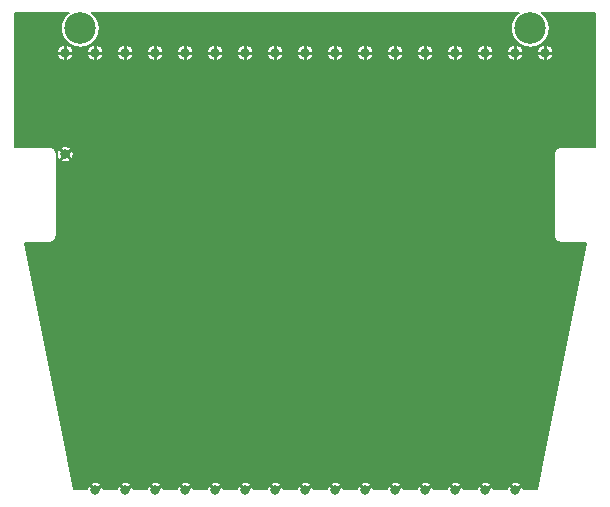
<source format=gbr>
G04 DesignSpark PCB Gerber Version 10.0 Build 5299*
%FSLAX35Y35*%
%MOIN*%
%ADD10C,0.00500*%
%ADD117C,0.01000*%
%ADD89C,0.03150*%
%ADD110C,0.10512*%
X0Y0D02*
D02*
D10*
X206902Y171194D02*
X189168D01*
G75*
G02*
X185250Y159494I-3918J-5194D01*
G01*
G75*
G02*
X181332Y171194I0J6506D01*
G01*
X39168D01*
G75*
G02*
X35250Y159494I-3918J-5194D01*
G01*
G75*
G02*
X31332Y171194I0J6506D01*
G01*
X13592D01*
Y126485D01*
X25120D01*
G75*
G02*
X27372Y124233I0J-2252D01*
G01*
Y96674D01*
G75*
G02*
X25120Y94422I-2252J0D01*
G01*
X16825D01*
X33158Y12312D01*
X37443D01*
G75*
G02*
X43057I2807J-312D01*
G01*
X47443D01*
G75*
G02*
X53057I2807J-312D01*
G01*
X57443D01*
G75*
G02*
X63057I2807J-312D01*
G01*
X67443D01*
G75*
G02*
X73057I2807J-312D01*
G01*
X77443D01*
G75*
G02*
X83057I2807J-312D01*
G01*
X87443D01*
G75*
G02*
X93057I2807J-312D01*
G01*
X97443D01*
G75*
G02*
X103057I2807J-312D01*
G01*
X107443D01*
G75*
G02*
X113057I2807J-312D01*
G01*
X117443D01*
G75*
G02*
X123057I2807J-312D01*
G01*
X127443D01*
G75*
G02*
X133057I2807J-312D01*
G01*
X137443D01*
G75*
G02*
X143057I2807J-312D01*
G01*
X147443D01*
G75*
G02*
X153057I2807J-312D01*
G01*
X157443D01*
G75*
G02*
X163057I2807J-312D01*
G01*
X167443D01*
G75*
G02*
X173057I2807J-312D01*
G01*
X177443D01*
G75*
G02*
X183057I2807J-312D01*
G01*
X187336D01*
X203669Y94422D01*
X195374D01*
G75*
G02*
X193122Y96674I0J2252D01*
G01*
Y124233D01*
G75*
G02*
X195374Y126485I2252J0D01*
G01*
X206902D01*
Y171194D01*
X187425Y157750D02*
G75*
G02*
X193075I2825J0D01*
G01*
G75*
G02*
X187425I-2825J0D01*
G01*
X47425D02*
G75*
G02*
X53075I2825J0D01*
G01*
G75*
G02*
X47425I-2825J0D01*
G01*
X57425D02*
G75*
G02*
X63075I2825J0D01*
G01*
G75*
G02*
X57425I-2825J0D01*
G01*
X67425D02*
G75*
G02*
X73075I2825J0D01*
G01*
G75*
G02*
X67425I-2825J0D01*
G01*
X77425D02*
G75*
G02*
X83075I2825J0D01*
G01*
G75*
G02*
X77425I-2825J0D01*
G01*
X87425D02*
G75*
G02*
X93075I2825J0D01*
G01*
G75*
G02*
X87425I-2825J0D01*
G01*
X97425D02*
G75*
G02*
X103075I2825J0D01*
G01*
G75*
G02*
X97425I-2825J0D01*
G01*
X107425D02*
G75*
G02*
X113075I2825J0D01*
G01*
G75*
G02*
X107425I-2825J0D01*
G01*
X117425D02*
G75*
G02*
X123075I2825J0D01*
G01*
G75*
G02*
X117425I-2825J0D01*
G01*
X127425D02*
G75*
G02*
X133075I2825J0D01*
G01*
G75*
G02*
X127425I-2825J0D01*
G01*
X137425D02*
G75*
G02*
X143075I2825J0D01*
G01*
G75*
G02*
X137425I-2825J0D01*
G01*
X147425D02*
G75*
G02*
X153075I2825J0D01*
G01*
G75*
G02*
X147425I-2825J0D01*
G01*
X157425D02*
G75*
G02*
X163075I2825J0D01*
G01*
G75*
G02*
X157425I-2825J0D01*
G01*
X167425D02*
G75*
G02*
X173075I2825J0D01*
G01*
G75*
G02*
X167425I-2825J0D01*
G01*
X177425D02*
G75*
G02*
X183075I2825J0D01*
G01*
G75*
G02*
X177425I-2825J0D01*
G01*
X37425D02*
G75*
G02*
X43075I2825J0D01*
G01*
G75*
G02*
X37425I-2825J0D01*
G01*
X27425Y124000D02*
G75*
G02*
X33075I2825J0D01*
G01*
G75*
G02*
X27425I-2825J0D01*
G01*
Y157750D02*
G75*
G02*
X33075I2825J0D01*
G01*
G75*
G02*
X27425I-2825J0D01*
G01*
X25120Y94422D02*
G36*
X25120Y94422D02*
X16825D01*
X33108Y12562D01*
X37481D01*
G75*
G02*
X43019I2769J-562D01*
G01*
X47481D01*
G75*
G02*
X53019I2769J-562D01*
G01*
X57481D01*
G75*
G02*
X63019I2769J-562D01*
G01*
X67481D01*
G75*
G02*
X73019I2769J-562D01*
G01*
X77481D01*
G75*
G02*
X83019I2769J-562D01*
G01*
X87481D01*
G75*
G02*
X93019I2769J-562D01*
G01*
X97481D01*
G75*
G02*
X103019I2769J-562D01*
G01*
X107481D01*
G75*
G02*
X113019I2769J-562D01*
G01*
X117481D01*
G75*
G02*
X123019I2769J-562D01*
G01*
X127481D01*
G75*
G02*
X133019I2769J-562D01*
G01*
X137481D01*
G75*
G02*
X143019I2769J-562D01*
G01*
X147481D01*
G75*
G02*
X153019I2769J-562D01*
G01*
X157481D01*
G75*
G02*
X163019I2769J-562D01*
G01*
X167481D01*
G75*
G02*
X173019I2769J-562D01*
G01*
X177481D01*
G75*
G02*
X183019I2769J-562D01*
G01*
X187385D01*
X203669Y94422D01*
X195374D01*
G75*
G02*
X193122Y96674I0J2252D01*
G01*
Y96674D01*
Y124000D01*
X33075D01*
G75*
G02*
X27425I-2825J0D01*
G01*
X27372D01*
Y96674D01*
Y96674D01*
G75*
G02*
X25120Y94422I-2252J0D01*
G01*
G37*
X13842Y157750D02*
G36*
X13842Y157750D02*
Y126485D01*
X25120D01*
G75*
G02*
X27372Y124233I0J-2252D01*
G01*
Y124233D01*
Y124000D01*
X27425D01*
G75*
G02*
X33075I2825J0D01*
G01*
X193122D01*
Y124233D01*
Y124233D01*
G75*
G02*
X195374Y126485I2252J0D01*
G01*
X206652D01*
Y157750D01*
X193075D01*
G75*
G02*
X187425I-2825J0D01*
G01*
X183075D01*
G75*
G02*
X177425I-2825J0D01*
G01*
X173075D01*
G75*
G02*
X167425I-2825J0D01*
G01*
X163075D01*
G75*
G02*
X157425I-2825J0D01*
G01*
X153075D01*
G75*
G02*
X147425I-2825J0D01*
G01*
X143075D01*
G75*
G02*
X137425I-2825J0D01*
G01*
X133075D01*
G75*
G02*
X127425I-2825J0D01*
G01*
X123075D01*
G75*
G02*
X117425I-2825J0D01*
G01*
X113075D01*
G75*
G02*
X107425I-2825J0D01*
G01*
X103075D01*
G75*
G02*
X97425I-2825J0D01*
G01*
X93075D01*
G75*
G02*
X87425I-2825J0D01*
G01*
X83075D01*
G75*
G02*
X77425I-2825J0D01*
G01*
X73075D01*
G75*
G02*
X67425I-2825J0D01*
G01*
X63075D01*
G75*
G02*
X57425I-2825J0D01*
G01*
X53075D01*
G75*
G02*
X47425I-2825J0D01*
G01*
X43075D01*
G75*
G02*
X37425I-2825J0D01*
G01*
X33075D01*
G75*
G02*
X27425I-2825J0D01*
G01*
X13842D01*
G37*
Y170944D02*
G36*
X13842Y170944D02*
Y157750D01*
X27425D01*
G75*
G02*
X33075I2825J0D01*
G01*
X37425D01*
G75*
G02*
X43075I2825J0D01*
G01*
X47425D01*
G75*
G02*
X53075I2825J0D01*
G01*
X57425D01*
G75*
G02*
X63075I2825J0D01*
G01*
X67425D01*
G75*
G02*
X73075I2825J0D01*
G01*
X77425D01*
G75*
G02*
X83075I2825J0D01*
G01*
X87425D01*
G75*
G02*
X93075I2825J0D01*
G01*
X97425D01*
G75*
G02*
X103075I2825J0D01*
G01*
X107425D01*
G75*
G02*
X113075I2825J0D01*
G01*
X117425D01*
G75*
G02*
X123075I2825J0D01*
G01*
X127425D01*
G75*
G02*
X133075I2825J0D01*
G01*
X137425D01*
G75*
G02*
X143075I2825J0D01*
G01*
X147425D01*
G75*
G02*
X153075I2825J0D01*
G01*
X157425D01*
G75*
G02*
X163075I2825J0D01*
G01*
X167425D01*
G75*
G02*
X173075I2825J0D01*
G01*
X177425D01*
G75*
G02*
X183075I2825J0D01*
G01*
X187425D01*
G75*
G02*
X193075I2825J0D01*
G01*
X206652D01*
Y170944D01*
X189479D01*
G75*
G02*
X191756Y166000I-4229J-4944D01*
G01*
G75*
G02*
X185250Y159494I-6506J0D01*
G01*
G75*
G02*
X178744Y166000I0J6506D01*
G01*
G75*
G02*
X181021Y170944I6506J0D01*
G01*
X39479D01*
G75*
G02*
X41756Y166000I-4229J-4944D01*
G01*
G75*
G02*
X35250Y159494I-6506J0D01*
G01*
G75*
G02*
X28744Y166000I0J6506D01*
G01*
G75*
G02*
X31021Y170944I6506J0D01*
G01*
X13842D01*
G37*
D02*
D89*
X30250Y124000D03*
Y157750D03*
X40250Y12000D03*
Y157750D03*
X50250Y12000D03*
Y157750D03*
X60250Y12000D03*
Y157750D03*
X70250Y12000D03*
Y157750D03*
X80250Y12000D03*
Y157750D03*
X90250Y12000D03*
Y157750D03*
X100250Y12000D03*
Y157750D03*
X110250Y12000D03*
Y157750D03*
X120250Y12000D03*
Y157750D03*
X130250Y12000D03*
Y157750D03*
X140250Y12000D03*
Y157750D03*
X150250Y12000D03*
Y157750D03*
X160250Y12000D03*
Y157750D03*
X170250Y12000D03*
Y157750D03*
X180250Y12000D03*
Y157750D03*
X190250D03*
D02*
D110*
X35250Y166134D03*
X185250D03*
D02*
D117*
X29175Y157750D02*
X27175D01*
X29490Y123240D02*
X28076Y121826D01*
X29490Y124760D02*
X28076Y126174D01*
X30250Y156675D02*
Y154675D01*
Y158825D02*
Y160825D01*
X31010Y123240D02*
X32424Y121826D01*
X31010Y124760D02*
X32424Y126174D01*
X31325Y157750D02*
X33325D01*
X39175D02*
X37175D01*
X39490Y12760D02*
X38076Y14174D01*
X40250Y156675D02*
Y154675D01*
Y158825D02*
Y160825D01*
X41010Y12760D02*
X42424Y14174D01*
X41325Y157750D02*
X43325D01*
X49175D02*
X47175D01*
X49490Y12760D02*
X48076Y14174D01*
X50250Y156675D02*
Y154675D01*
Y158825D02*
Y160825D01*
X51010Y12760D02*
X52424Y14174D01*
X51325Y157750D02*
X53325D01*
X59175D02*
X57175D01*
X59490Y12760D02*
X58076Y14174D01*
X60250Y156675D02*
Y154675D01*
Y158825D02*
Y160825D01*
X61010Y12760D02*
X62424Y14174D01*
X61325Y157750D02*
X63325D01*
X69175D02*
X67175D01*
X69490Y12760D02*
X68076Y14174D01*
X70250Y156675D02*
Y154675D01*
Y158825D02*
Y160825D01*
X71010Y12760D02*
X72424Y14174D01*
X71325Y157750D02*
X73325D01*
X79175D02*
X77175D01*
X79490Y12760D02*
X78076Y14174D01*
X80250Y156675D02*
Y154675D01*
Y158825D02*
Y160825D01*
X81010Y12760D02*
X82424Y14174D01*
X81325Y157750D02*
X83325D01*
X89175D02*
X87175D01*
X89490Y12760D02*
X88076Y14174D01*
X90250Y156675D02*
Y154675D01*
Y158825D02*
Y160825D01*
X91010Y12760D02*
X92424Y14174D01*
X91325Y157750D02*
X93325D01*
X99175D02*
X97175D01*
X99490Y12760D02*
X98076Y14174D01*
X100250Y156675D02*
Y154675D01*
Y158825D02*
Y160825D01*
X101010Y12760D02*
X102424Y14174D01*
X101325Y157750D02*
X103325D01*
X109175D02*
X107175D01*
X109490Y12760D02*
X108076Y14174D01*
X110250Y156675D02*
Y154675D01*
Y158825D02*
Y160825D01*
X111010Y12760D02*
X112424Y14174D01*
X111325Y157750D02*
X113325D01*
X119175D02*
X117175D01*
X119490Y12760D02*
X118076Y14174D01*
X120250Y156675D02*
Y154675D01*
Y158825D02*
Y160825D01*
X121010Y12760D02*
X122424Y14174D01*
X121325Y157750D02*
X123325D01*
X129175D02*
X127175D01*
X129490Y12760D02*
X128076Y14174D01*
X130250Y156675D02*
Y154675D01*
Y158825D02*
Y160825D01*
X131010Y12760D02*
X132424Y14174D01*
X131325Y157750D02*
X133325D01*
X139175D02*
X137175D01*
X139490Y12760D02*
X138076Y14174D01*
X140250Y156675D02*
Y154675D01*
Y158825D02*
Y160825D01*
X141010Y12760D02*
X142424Y14174D01*
X141325Y157750D02*
X143325D01*
X149175D02*
X147175D01*
X149490Y12760D02*
X148076Y14174D01*
X150250Y156675D02*
Y154675D01*
Y158825D02*
Y160825D01*
X151010Y12760D02*
X152424Y14174D01*
X151325Y157750D02*
X153325D01*
X159175D02*
X157175D01*
X159490Y12760D02*
X158076Y14174D01*
X160250Y156675D02*
Y154675D01*
Y158825D02*
Y160825D01*
X161010Y12760D02*
X162424Y14174D01*
X161325Y157750D02*
X163325D01*
X169175D02*
X167175D01*
X169490Y12760D02*
X168076Y14174D01*
X170250Y156675D02*
Y154675D01*
Y158825D02*
Y160825D01*
X171010Y12760D02*
X172424Y14174D01*
X171325Y157750D02*
X173325D01*
X179175D02*
X177175D01*
X179490Y12760D02*
X178076Y14174D01*
X180250Y156675D02*
Y154675D01*
Y158825D02*
Y160825D01*
X181010Y12760D02*
X182424Y14174D01*
X181325Y157750D02*
X183325D01*
X189175D02*
X187175D01*
X190250Y156675D02*
Y154675D01*
Y158825D02*
Y160825D01*
X191325Y157750D02*
X193325D01*
X0Y0D02*
M02*

</source>
